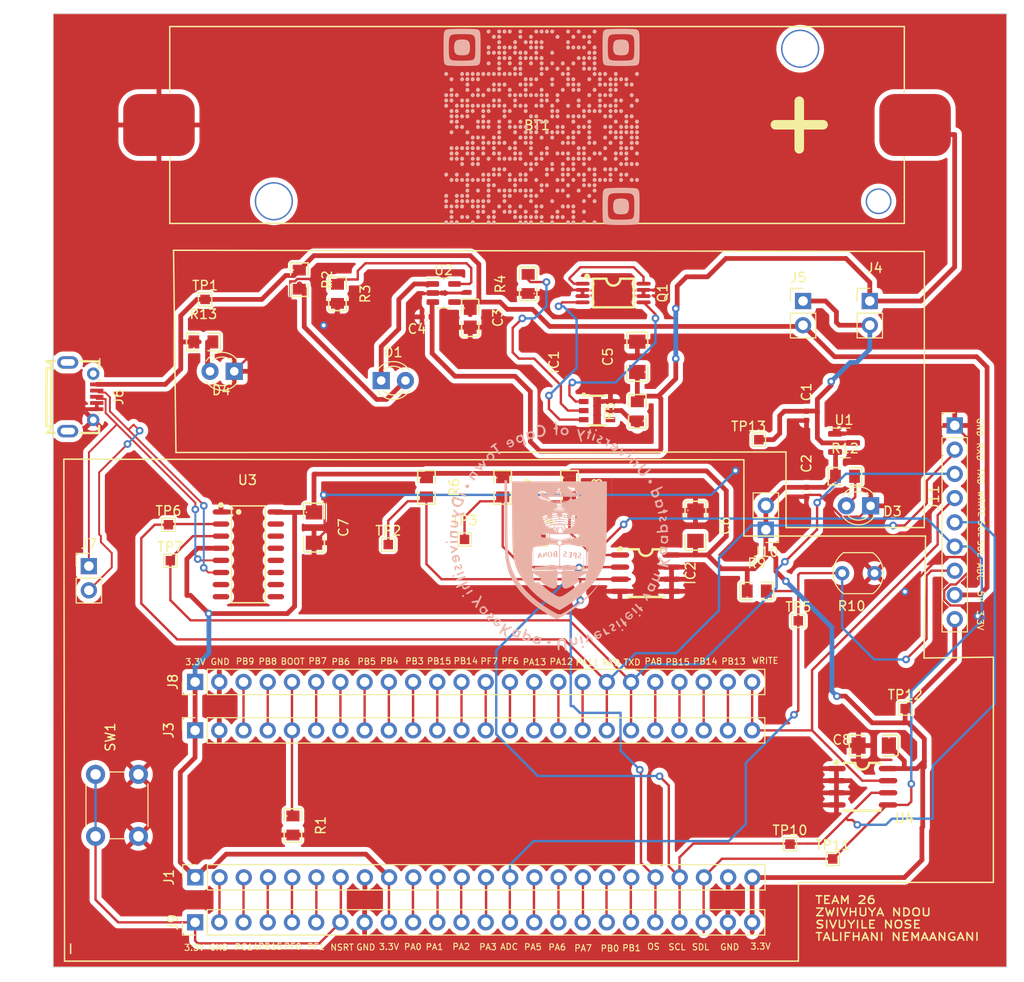
<source format=kicad_pcb>
(kicad_pcb (version 20221018) (generator pcbnew)
  (layers (0 "F.Cu" signal) (31 "B.Cu" signal) (34 "B.Paste" user) (35 "F.Paste" user) (36 "B.SilkS" user "B.Silkscreen") (37 "F.SilkS" user "F.Silkscreen") (38 "B.Mask" user) (39 "F.Mask" user) (44 "Edge.Cuts" user))
  (net 0 "")
  (net 1 "/Power Unit/V1")
  (net 2 "GND")
  (net 3 "/3.3V")
  (net 4 "/5V")
  (net 5 "Net-(D1-K)")
  (net 6 "Net-(D1-A)")
  (net 7 "/Power Unit/OC")
  (net 8 "Net-(IC1-CS)")
  (net 9 "/Power Unit/OD")
  (net 10 "Net-(IC1-VCC)")
  (net 12 "/SDL")
  (net 13 "/SCL")
  (net 14 "/OS")
  (net 15 "/PC13")
  (net 16 "/PC14")
  (net 17 "/PC15")
  (net 18 "/PF0")
  (net 19 "/PF1")
  (net 20 "/NRST")
  (net 21 "/PA0")
  (net 22 "/PA1")
  (net 23 "/PA2")
  (net 24 "/PA3")
  (net 25 "/ADC")
  (net 26 "/PA5")
  (net 27 "/PA6")
  (net 28 "/PA7")
  (net 29 "/PB0")
  (net 30 "/PB1")
  (net 31 "/PB9")
  (net 32 "/PB8")
  (net 33 "/BOOT")
  (net 34 "/PB7")
  (net 35 "/PB6")
  (net 36 "/PB5")
  (net 37 "/PB4")
  (net 38 "/PB3")
  (net 39 "/PA15")
  (net 40 "/PA14")
  (net 41 "/PF7")
  (net 42 "/PF6")
  (net 43 "/PA13")
  (net 44 "/PA12")
  (net 45 "/PA11")
  (net 46 "/RXD")
  (net 47 "/PA8")
  (net 48 "/PB15")
  (net 49 "/PB14")
  (net 50 "/PB13")
  (net 51 "/WRITE")
  (net 52 "/USB D+")
  (net 53 "/USB D-")
  (net 54 "/Power Unit/D12")
  (net 55 "Net-(U2-PROG)")
  (net 65 "/TXD")
  (net 66 "Net-(D3-A)")
  (net 67 "Net-(D4-A)")
  (net 68 "Net-(J4-Pin_2)")
  (footprint "Local_Footprints:SOT-23-6_L2.9-W1.6-P0.95-LS2.8-BR" (layer "F.Cu") (at 158.212937 80.059149 180)
    (fp_text reference "IC1")
    (fp_text value "DW01A-G")
  )
  (footprint "Connector_PinHeader_2.54mm:PinHeader_1x02_P2.54mm_Vertical" (layer "F.Cu") (at 104.912886 96.369187)
    (fp_text reference "J7")
    (fp_text value "Conn_01x02_Pin")
  )
  (footprint "Local_Footprints:18650_Holder_SMD" (layer "F.Cu") (at 151.912886 50.634187)
    (fp_text reference "BT1")
    (fp_text value "Battery_Cell")
  )
  (footprint "Local_Footprints:C1206" (layer "F.Cu") (at 168.529 92.133417 -90)
    (fp_text reference "C6")
    (fp_text value "0.1uF")
  )
  (footprint "Local_Footprints:C1206" (layer "F.Cu") (at 162.433 74.422 90)
    (fp_text reference "C5")
    (fp_text value "100n")
  )
  (footprint "TestPoint:TestPoint_Pad_1.0x1.0mm" (layer "F.Cu") (at 113.26 92.03)
    (fp_text reference "TP6")
    (fp_text value "RXD testpoint")
  )
  (footprint "Local_Footprints:C0805" (layer "F.Cu") (at 144.907 70.322 -90)
    (fp_text reference "C3")
    (fp_text value "4.7uF")
  )
  (footprint "Local_Footprints:C1206" (layer "F.Cu") (at 128.524 92.329 -90)
    (fp_text reference "C7")
    (fp_text value "100nF")
  )
  (footprint "Package_TO_SOT_SMD:SOT-23-5" (layer "F.Cu") (at 142.120386 67.729187)
    (fp_text reference "U2")
    (fp_text value "MCP73831-2-OT")
  )
  (footprint "Local_Footprints:R0805" (layer "F.Cu") (at 174.96 98.99)
    (fp_text reference "R9")
    (fp_text value "10k")
  )
  (footprint "Local_Footprints:R0805" (layer "F.Cu") (at 126.980092 66.326761 -90)
    (fp_text reference "R2")
    (fp_text value "1K")
  )
  (footprint "Capacitor_SMD:C_0402_1005Metric" (layer "F.Cu") (at 180.175386 80.609187 -90)
    (fp_text reference "C1")
    (fp_text value "1uF")
  )
  (footprint "Capacitor_SMD:C_0402_1005Metric" (layer "F.Cu") (at 180.175386 88.589187 -90)
    (fp_text reference "C2")
    (fp_text value "1uF")
  )
  (footprint "Local_Footprints:C1206" (layer "F.Cu") (at 187.222583 115.19 180)
    (fp_text reference "C8")
    (fp_text value "10nF")
  )
  (footprint "Local_Footprints:R0805" (layer "F.Cu") (at 148.312886 88.109187 -90)
    (fp_text reference "R7")
    (fp_text value "10k")
  )
  (footprint "TestPoint:TestPoint_Pad_1.0x1.0mm" (layer "F.Cu") (at 175.175386 83.109187)
    (fp_text reference "TP13")
    (fp_text value "TestPoint")
  )
  (footprint "Local_Footprints:SOIC-8_L5.0-W4.0-P1.27-LS6.0-BL" (layer "F.Cu") (at 186.02 119.51 -90)
    (fp_text reference "U4")
    (fp_text value "M24C16-RMN6TP")
  )
  (footprint "LED_THT:LED_D3.0mm" (layer "F.Cu") (at 186.895 90.05 180)
    (fp_text reference "D3")
    (fp_text value "LED")
  )
  (footprint "Connector_PinSocket_2.54mm:PinSocket_1x24_P2.54mm_Vertical" (layer "F.Cu") (at 116.052886 113.599187 90)
    (fp_text reference "J3")
    (fp_text value "Conn_01x24_Socket")
  )
  (footprint "TestPoint:TestPoint_Pad_1.0x1.0mm" (layer "F.Cu") (at 178.44 125.53)
    (fp_text reference "TP10")
    (fp_text value "SCL")
  )
  (footprint "Connector_PinHeader_2.54mm:PinHeader_1x24_P2.54mm_Vertical" (layer "F.Cu") (at 116.052886 108.519187 90)
    (fp_text reference "J8")
    (fp_text value "Conn_01x24_Pin")
  )
  (footprint "Local_Footprints:R0805" (layer "F.Cu") (at 126.312886 123.571687 -90)
    (fp_text reference "R1")
    (fp_text value "10k")
  )
  (footprint "Capacitor_SMD:C_0402_1005Metric" (layer "F.Cu") (at 140.335 70.231 180)
    (fp_text reference "C4")
    (fp_text value "10uF")
  )
  (footprint "TestPoint:TestPoint_Pad_1.0x1.0mm" (layer "F.Cu") (at 113.46 95.8)
    (fp_text reference "TP7")
    (fp_text value "TXD testpoint")
  )
  (footprint "Connector_PinHeader_2.54mm:PinHeader_1x02_P2.54mm_Vertical" (layer "F.Cu") (at 175.91 92.56 180)
    (fp_text reference "J10")
    (fp_text value "Conn_01x02_Pin")
  )
  (footprint "Local_Footprints:R0805" (layer "F.Cu") (at 155.312886 88.109187 -90)
    (fp_text reference "R8")
    (fp_text value "10k")
  )
  (footprint "LED_THT:LED_D3.0mm" (layer "F.Cu") (at 120.16 75.94 180)
    (fp_text reference "D4")
    (fp_text value "LED")
  )
  (footprint "LED_THT:LED_D3.0mm" (layer "F.Cu") (at 135.572886 76.909187)
    (fp_text reference "D1")
    (fp_text value "LED")
  )
  (footprint "Connector_PinSocket_2.54mm:PinSocket_1x24_P2.54mm_Vertical" (layer "F.Cu") (at 116.08 129.01 90)
    (fp_text reference "J1")
    (fp_text value "Conn_01x24_Socket")
  )
  (footprint "TestPoint:TestPoint_Pad_1.0x1.0mm" (layer "F.Cu") (at 182.92 127.08)
    (fp_text reference "TP11")
    (fp_text value "SDL")
  )
  (footprint "TestPoint:TestPoint_Pad_1.0x1.0mm" (layer "F.Cu") (at 179.312886 102.109187)
    (fp_text reference "TP5")
    (fp_text value "TestPoint")
  )
  (footprint "Connector_PinHeader_2.54mm:PinHeader_1x02_P2.54mm_Vertical" (layer "F.Cu") (at 186.812886 68.569187)
    (fp_text reference "J4")
    (fp_text value "Conn_01x02_Male")
  )
  (footprint "Local_Footprints:R0805" (layer "F.Cu") (at 150.982886 66.779187 90)
    (fp_text reference "R4")
    (fp_text value "1K")
  )
  (footprint "Local_Footprints:R0805" (layer "F.Cu") (at 184.21 86.95)
    (fp_text reference "R12")
    (fp_text value "1k")
  )
  (footprint "Connector_PinHeader_2.54mm:PinHeader_1x02_P2.54mm_Vertical" (layer "F.Cu") (at 179.812886 68.569187)
    (fp_text reference "J5")
    (fp_text value "Conn_01x02_Male")
  )
  (footprint "TestPoint:TestPoint_Pad_1.0x1.0mm" (layer "F.Cu") (at 190.52 111.31)
    (fp_text reference "TP12")
    (fp_text value "3.3V to EEprom")
  )
  (footprint "Package_TO_SOT_SMD:SOT-23" (layer "F.Cu") (at 184.11 83.45)
    (fp_text reference "U1")
    (fp_text value "MCP1700x-330xxTT")
  )
  (footprint "Local_Footprints:SOIC-8_L5.0-W4.0-P1.27-LS6.0-BL" (layer "F.Cu") (at 163.312886 97.109187 -90)
    (fp_text reference "IC2")
    (fp_text value "LM75AD,118")
  )
  (footprint "Connector_PinHeader_2.54mm:PinHeader_1x09_P2.54mm_Vertical" (layer "F.Cu") (at 195.72 81.62)
    (fp_text reference "J11")
    (fp_text value "Conn_01x09_Pin")
  )
  (footprint "TestPoint:TestPoint_Pad_1.0x1.0mm" (layer "F.Cu") (at 117.1 68.4)
    (fp_text reference "TP1")
    (fp_text value "5V")
  )
  (footprint "TestPoint:TestPoint_Pad_1.0x1.0mm" (layer "F.Cu") (at 144.312886 93.571687)
    (fp_text reference "TP3")
    (fp_text value "SCL1")
  )
  (footprint "Local_Footprints:R0805" (layer "F.Cu") (at 130.982886 67.816687 -90)
    (fp_text reference "R3")
    (fp_text value "10K")
  )
  (footprint "Local_Footprints:R0805" (layer "F.Cu") (at 116.922817 72.86)
    (fp_text reference "R13")
    (fp_text value "1k")
  )
  (footprint "TestPoint:TestPoint_Pad_1.0x1.0mm" (layer "F.Cu") (at 152.312886 93.571687)
    (fp_text reference "TP4")
    (fp_text value "SDA1")
  )
  (footprint "Local_Footprints:TSSOP-8_L4.4-W3.0-P0.65-LS6.4-BL-2" (layer "F.Cu") (at 159.882937 67.729149 -90)
    (fp_text reference "Q1")
    (fp_text value "FS8205A")
  )
  (footprint "Local_Footprints:R0805" (layer "F.Cu") (at 162.433 80.137 90)
    (fp_text reference "R5")
    (fp_text value "100")
  )
  (footprint "Local_Footprints:MICRO-USB-SMD_MICROXNJ" (layer "F.Cu") (at 104.220837 78.613 -90)
    (fp_text reference "J6")
    (fp_text value "USB_B_Micro")
  )
  (footprint "Local_Footprints:SOP-16_L10.0-W3.9-P1.27-LS6.0-BL" (layer "F.Cu") (at 121.640394 95.134181 -90)
    (fp_text reference "U3")
    (fp_text value "CH340C")
  )
  (footprint "Button_Switch_THT:SW_PUSH_6mm" (layer "F.Cu") (at 110.112886 118.209187 -90)
    (fp_text reference "SW1")
    (fp_text value "SW_Push")
  )
  (footprint "OptoDevice:R_LDR_5.1x4.3mm_P3.4mm_Vertical" (layer "F.Cu") (at 183.912886 97.109187)
    (fp_text reference "R10")
    (fp_text value "LDR07")
  )
  (footprint "TestPoint:TestPoint_Pad_1.0x1.0mm" (layer "F.Cu") (at 136.312886 94.109187)
    (fp_text reference "TP2")
    (fp_text value "OS")
  )
  (footprint "Local_Footprints:R0805" (layer "F.Cu") (at 140.312886 88.109187 -90)
    (fp_text reference "R6")
    (fp_text value "10k")
  )
  (footprint "Connector_PinHeader_2.54mm:PinHeader_1x24_P2.54mm_Vertical" (layer "F.Cu") (at 116.052886 133.731 90)
    (fp_text reference "J9")
    (fp_text value "Conn_01x24_Pin")
  )
  (footprint "SilkSreen:Group_QR" (layer "B.Cu") (at 152.39 50.31 180)
    (fp_text reference "G***" hide)
    (fp_text value "LOGO" hide)
  )
  (footprint "SilkSreen:UCT_LOGO" (layer "B.Cu") (at 154.449144 93.391579 180)
    (fp_text reference "G***" hide)
    (fp_text value "LOGO" hide)
  )
  (gr_line (start 192.659 93.218) (end 192.5 106.01) (stroke (width 0.15)) (layer "F.SilkS"))
  (gr_line (start 102.362 137.795) (end 179.324 137.795) (stroke (width 0.15)) (layer "F.SilkS"))
  (gr_line (start 113.792 63.246) (end 114.046 84.455) (stroke (width 0.15)) (layer "F.SilkS"))
  (gr_line (start 179.324 129.54) (end 199.771 129.54) (stroke (width 0.15)) (layer "F.SilkS"))
  (gr_line (start 178.02 84.4) (end 178.03 92.33) (stroke (width 0.15)) (layer "F.SilkS"))
  (gr_line (start 178.03 92.33) (end 192.52 92.33) (stroke (width 0.15)) (layer "F.SilkS"))
  (gr_line (start 114.046 84.455) (end 178.02 84.4) (stroke (width 0.15)) (layer "F.SilkS"))
  (gr_line (start 199.771 129.54) (end 199.771 105.918) (stroke (width 0.15)) (layer "F.SilkS"))
  (gr_line (start 192.532 63.373) (end 113.792 63.246) (stroke (width 0.15)) (layer "F.SilkS"))
  (gr_line (start 134.874 85.217) (end 102.29 85.15) (stroke (width 0.15)) (layer "F.SilkS"))
  (gr_line (start 173.609 85.217) (end 134.874 85.217) (stroke (width 0.15)) (layer "F.SilkS"))
  (gr_line (start 103 136) (end 103 137) (stroke (width 0.15)) (layer "F.SilkS"))
  (gr_line (start 192.659 93.218) (end 173.609 93.218) (stroke (width 0.15)) (layer "F.SilkS"))
  (gr_line (start 192.532 91.313) (end 192.532 63.373) (stroke (width 0.15)) (layer "F.SilkS"))
  (gr_line (start 102.29 85.15) (end 102.362 137.795) (stroke (width 0.15)) (layer "F.SilkS"))
  (gr_line (start 173.609 93.218) (end 173.609 85.217) (stroke (width 0.15)) (layer "F.SilkS"))
  (gr_line (start 179.324 137.795) (end 179.324 129.54) (stroke (width 0.15)) (layer "F.SilkS"))
  (gr_line (start 192.52 92.33) (end 192.532 91.313) (stroke (width 0.15)) (layer "F.SilkS"))
  (gr_line (start 192.5 106.01) (end 199.771 105.918) (stroke (width 0.15)) (layer "F.SilkS"))
  (gr_rect (start 101.168 38.43) (end 201.168 138.43) (stroke (width 0.1)) (fill none) (layer "Edge.Cuts"))
  (gr_text "PA12" (at 153.18 106.76) (layer "F.SilkS") (effects (font (size 0.65 0.65) (thickness 0.1)) (justify left bottom)))
  (gr_text "PB6" (at 130.31 106.78) (layer "F.SilkS") (effects (font (size 0.65 0.65) (thickness 0.1)) (justify left bottom)))
  (gr_text "PB5" (at 133.03 106.76) (layer "F.SilkS") (effects (font (size 0.65 0.65) (thickness 0.1)) (justify left bottom)))
  (gr_text "PB8\n\n" (at 122.65 107.8) (layer "F.SilkS") (effects (font (size 0.65 0.65) (thickness 0.1)) (justify left bottom)))
  (gr_text "PB0" (at 158.53 136.84) (layer "F.SilkS") (effects (font (size 0.65 0.65) (thickness 0.1)) (justify left bottom)))
  (gr_text "5V" (at 198.07 98.89 -90) (layer "F.SilkS") (effects (font (size 0.65 0.65) (thickness 0.1)) (justify left bottom)))
  (gr_text "BOOT" (at 124.97 106.75) (layer "F.SilkS") (effects (font (size 0.65 0.65) (thickness 0.1)) (justify left bottom)))
  (gr_text "NSRT" (at 130.18 136.74) (layer "F.SilkS") (effects (font (size 0.65 0.65) (thickness 0.1)) (justify left bottom)))
  (gr_text "SDL" (at 198.07 93.57 -90) (layer "F.SilkS") (effects (font (size 0.65 0.65) (thickness 0.1)) (justify left bottom)))
  (gr_text "PB9" (at 120.27 106.74) (layer "F.SilkS") (effects (font (size 0.65 0.65) (thickness 0.1)) (justify left bottom)))
  (gr_text "PC14" (at 120.14 136.7) (layer "F.SilkS") (effects (font (size 0.65 0.65) (thickness 0.1)) (justify left bottom)))
  (gr_text "GND\n" (at 171.06 136.7) (layer "F.SilkS") (effects (font (size 0.65 0.65) (thickness 0.1)) (justify left bottom)))
  (gr_text "GND" (at 117.49 136.74) (layer "F.SilkS") (effects (font (size 0.65 0.65) (thickness 0.1)) (justify left bottom)))
  (gr_text "3.3V" (at 135.27 136.67) (layer "F.SilkS") (effects (font (size 0.65 0.65) (thickness 0.1)) (justify left bottom)))
  (gr_text "PB14\n" (at 168.23 106.74) (layer "F.SilkS") (effects (font (size 0.65 0.65) (thickness 0.1)) (justify left bottom)))
  (gr_text "GND" (at 117.62 106.78) (layer "F.SilkS") (effects (font (size 0.65 0.65) (thickness 0.1)) (justify left bottom)))
  (gr_text "PA7" (at 155.77 136.84) (layer "F.SilkS") (effects (font (size 0.68 0.65) (thickness 0.1)) (justify left bottom)))
  (gr_text "PA0" (at 137.91 136.68) (layer "F.SilkS") (effects (font (size 0.65 0.65) (thickness 0.1)) (justify left bottom)))
  (gr_text "3.3V\n" (at 174.24 136.63) (layer "F.SilkS") (effects (font (size 0.65 0.65) (thickness 0.1)) (justify left bottom)))
  (gr_text "PA11" (at 155.9 106.88) (layer "F.SilkS") (effects (font (size 0.68 0.65) (thickness 0.1)) (justify left bottom)))
  (gr_text "PA1" (at 140.18 136.68) (layer "F.SilkS") (effects (font (size 0.65 0.65) (thickness 0.1)) (justify left bottom)))
  (gr_text "PB15" (at 165.33 106.81) (layer "F.SilkS") (effects (font (size 0.65 0.65) (thickness 0.1)) (justify left bottom)))
  (gr_text "PB13" (at 171.19 106.74) (layer "F.SilkS") (effects (font (size 0.65 0.65) (thickness 0.1)) (justify left bottom)))
  (gr_text "SCL" (at 198.12 91.45 -90) (layer "F.SilkS") (effects (font (size 0.65 0.65) (thickness 0.1)) (justify left bottom)))
  (gr_text "SCL" (at 165.63 136.7) (layer "F.SilkS") (effects (font (size 0.65 0.65) (thickness 0.1)) (justify left bottom)))
  (gr_text "PF6" (at 148.12 106.71) (layer "F.SilkS") (effects (font (size 0.65 0.65) (thickness 0.1)) (justify left bottom)))
  (gr_text "PB7" (at 127.88 106.71) (layer "F.SilkS") (effects (font (size 0.65 0.65) (thickness 0.1)) (justify left bottom)))
  (gr_text "PB15" (at 140.31 106.72) (layer "F.SilkS") (effects (font (size 0.65 0.65) (thickness 0.1)) (justify left bottom)))
  (gr_text "PB3" (at 138.04 106.72) (layer "F.SilkS") (effects (font (size 0.65 0.65) (thickness 0.1)) (justify left bottom)))
  (gr_text "PA2" (at 142.98 136.66) (layer "F.SilkS") (effects (font (size 0.65 0.65) (thickness 0.1)) (justify left bottom)))
  (gr_text "RXD" (at 197.99 83.35 -90) (layer "F.SilkS") (effects (font (size 0.65 0.65) (thickness 0.1)) (justify left bottom)))
  (gr_text "WRITE" (at 174.37 106.67) (layer "F.SilkS") (effects (font (size 0.65 0.65) (thickness 0.1)) (justify left bottom)))
  (gr_text "PB4" (at 135.4 106.71) (layer "F.SilkS") (effects (font (size 0.65 0.65) (thickness 0.1)) (justify left bottom)))
  (gr_text "TXD" (at 160.93 106.84) (layer "F.SilkS") (effects (font (size 0.65 0.65) (thickness 0.1)) (justify left bottom)))
  (gr_text "ADC" (at 147.99 136.67) (layer "F.SilkS") (effects (font (size 0.65 0.65) (thickness 0.1)) (justify left bottom)))
  (gr_text "GND" (at 132.9 136.72) (layer "F.SilkS") (effects (font (size 0.65 0.65) (thickness 0.1)) (justify left bottom)))
  (gr_text "PA8" (at 163.13 106.74) (layer "F.SilkS") (effects (font (size 0.65 0.65) (thickness 0.1)) (justify left bottom)))
  (gr_text "3.3V" (at 198.01 100.93 -90) (layer "F.SilkS") (effects (font (size 0.65 0.65) (thickness 0.1)) (justify left bottom)))
  (gr_text "GND\n" (at 197.99 80.75 -90) (layer "F.SilkS") (effects (font (size 0.65 0.65) (thickness 0.1)) (justify left bottom)))
  (gr_text "PB15\n" (at 122.61 136.65) (layer "F.SilkS") (effects (font (size 0.65 0.65) (thickness 0.1)) (justify left bottom)))
  (gr_text "ADC" (at 198.01 95.98 -90) (layer "F.SilkS") (effects (font (size 0.65 0.65) (thickness 0.1)) (justify left bottom)))
  (gr_text "TEAM 26\nZWIVHUYA NDOU\nSIVUYILE NOSE\nTALIFHANI NEMAANGANI\n\n" (at 181 137) (layer "F.SilkS") (effects (font (size 0.8 1)) (justify left bottom)))
  (gr_text "3.3V" (at 114.84 136.76) (layer "F.SilkS") (effects (font (size 0.65 0.65) (thickness 0.1)) (justify left bottom)))
  (gr_text "OS" (at 163.41 136.66) (layer "F.SilkS") (effects (font (size 0.65 0.65) (thickness 0.1)) (justify left bottom)))
  (gr_text "PF7" (at 145.92 106.73) (layer "F.SilkS") (effects (font (size 0.65 0.65) (thickness 0.1)) (justify left bottom)))
  (gr_text "PA6" (at 153.05 136.72) (layer "F.SilkS") (effects (font (size 0.65 0.65) (thickness 0.1)) (justify left bottom)))
  (gr_text "PB1" (at 160.8 136.8) (layer "F.SilkS") (effects (font (size 0.65 0.65) (thickness 0.1)) (justify left bottom)))
  (gr_text "PB14" (at 143.11 106.7) (layer "F.SilkS") (effects (font (size 0.65 0.65) (thickness 0.1)) (justify left bottom)))
  (gr_text "PA3" (at 145.79 136.69) (layer "F.SilkS") (effects (font (size 0.65 0.65) (thickness 0.1)) (justify left bottom)))
  (gr_text "PF1\n" (at 127.75 136.67) (layer "F.SilkS") (effects (font (size 0.65 0.65) (thickness 0.1)) (justify left bottom)))
  (gr_text "TXD" (at 198.05 86.01 -90) (layer "F.SilkS") (effects (font (size 0.65 0.65) (thickness 0.1)) (justify left bottom)))
  (gr_text "PF0\n" (at 125.32 136.65) (layer "F.SilkS") (effects (font (size 0.65 0.65) (thickness 0.1)) (justify left bottom)))
  (gr_text "SDL" (at 168.1 136.7) (layer "F.SilkS") (effects (font (size 0.65 0.65) (thickness 0.1)) (justify left bottom)))
  (gr_text "RXD" (at 158.66 106.88) (layer "F.SilkS") (effects (font (size 0.65 0.65) (thickness 0.1)) (justify left bottom)))
  (gr_text "3.3V" (at 114.97 106.8) (layer "F.SilkS") (effects (font (size 0.65 0.65) (thickness 0.1)) (justify left bottom)))
  (gr_text "WRITE" (at 198.12 88.37 -90) (layer "F.SilkS") (effects (font (size 0.65 0.65) (thickness 0.1)) (justify left bottom)))
  (gr_text "PA13" (at 150.36 106.81) (layer "F.SilkS") (effects (font (size 0.65 0.65) (thickness 0.1)) (justify left bottom)))
  (gr_text "PA5" (at 150.5 136.7) (layer "F.SilkS") (effects (font (size 0.65 0.65) (thickness 0.1)) (justify left bottom)))
  (segment (start 164.9 84.12) (end 164.9 78.8) (width 0.5) (layer "F.Cu") (net 1))
  (segment (start 186.812886 66.609187) (end 184.312886 64.109187) (width 0.5) (layer "F.Cu") (net 1))
  (segment (start 140.912886 68.749187) (end 140.912886 74.059187) (width 0.5) (layer "F.Cu") (net 1))
  (segment (start 184.312886 64.109187) (end 171.712886 64.109187) (width 0.5) (layer "F.Cu") (net 1))
  (segment (start 168.482886 66.025821) (end 167.596252 66.025821) (width 0.5) (layer "F.Cu") (net 1))
  (segment (start 167.596252 66.025821) (end 166.612886 67.009187) (width 0.5) (layer "F.Cu") (net 1))
  (segment (start 149.612886 76.459187) (end 151.212886 78.059187) (width 0.5) (layer "F.Cu") (net 1))
  (segment (start 169.796252 66.025821) (end 168.482886 66.025821) (width 0.5) (layer "F.Cu") (net 1))
  (segment (start 192.152886 68.569187) (end 195.712886 65.009187) (width 0.5) (layer "F.Cu") (net 1))
  (segment (start 192.562886 51.109187) (end 191.562886 50.109187) (width 0.25) (layer "F.Cu") (net 1))
  (segment (start 166.462886 74.609187) (end 166.462886 76.725948) (width 0.5) (layer "F.Cu") (net 1))
  (segment (start 151.212886 78.059187) (end 151.212886 83.309187) (width 0.5) (layer "F.Cu") (net 1))
  (segment (start 140.982886 68.679187) (end 140.912886 68.749187) (width 0.25) (layer "F.Cu") (net 1))
  (segment (start 166.462886 76.725948) (end 164.644417 78.544417) (width 0.5) (layer "F.Cu") (net 1))
  (segment (start 186.812886 68.569187) (end 186.812886 66.609187) (width 0.5) (layer "F.Cu") (net 1))
  (segment (start 195.712886 51.109187) (end 192.562886 51.109187) (width 0.5) (layer "F.Cu") (net 1))
  (segment (start 143.312886 76.459187) (end 149.612886 76.459187) (width 0.5) (layer "F.Cu") (net 1))
  (segment (start 186.812886 68.569187) (end 192.152886 68.569187) (width 0.5) (layer "F.Cu") (net 1))
  (segment (start 166.612886 69.209187) (end 166.462886 69.359187) (width 0.25) (layer "F.Cu") (net 1))
  (segment (start 164.710813 84.309187) (end 164.9 84.12) (width 0.5) (layer "F.Cu") (net 1))
  (segment (start 152.212886 84.309187) (end 164.710813 84.309187) (width 0.5) (layer "F.Cu") (net 1))
  (segment (start 164.644417 78.544417) (end 162.433 78.544417) (width 0.5) (layer "F.Cu") (net 1))
  (segment (start 171.712886 64.109187) (end 169.796252 66.025821) (width 0.5) (layer "F.Cu") (net 1))
  (segment (start 140.642886 68.679187) (end 140.982886 68.679187) (width 0.25) (layer "F.Cu") (net 1))
  (segment (start 195.712886 65.009187) (end 195.712886 51.109187) (width 0.5) (layer "F.Cu") (net 1))
  (segment (start 140.912886 74.059187) (end 143.312886 76.459187) (width 0.5) (layer "F.Cu") (net 1))
  (segment (start 164.9 78.8) (end 164.644417 78.544417) (width 0.5) (layer "F.Cu") (net 1))
  (segment (start 162.433 76.014583) (end 162.433 78.544417) (width 0.5) (layer "F.Cu") (net 1))
  (segment (start 151.212886 83.309187) (end 152.212886 84.309187) (width 0.5) (layer "F.Cu") (net 1))
  (segment (start 166.612886 67.009187) (end 166.612886 69.209187) (width 0.5) (layer "F.Cu") (net 1))
  (via (at 166.462886 69.359187) (size 0.8) (drill 0.4) (layers "F.Cu" "B.Cu") (net 1))
  (via (at 166.462886 74.609187) (size 0.8) (drill 0.4) (layers "F.Cu" "B.Cu") (net 1))
  (segment (start 166.462886 74.609187) (end 166.462886 69.359187) (width 0.5) (layer "B.Cu") (net 1))
  (segment (start 155.682531 67.404155) (end 154.4 66.121624) (width 0.25) (layer "F.Cu") (net 2))
  (segment (start 164.695845 67.404155) (end 163.083343 67.404155) (width 0.25) (layer "F.Cu") (net 2))
  (segment (start 129.54 67.373801) (end 129.54 71.12) (width 0.25) (layer "F.Cu") (net 2))
  (segment (start 195.263536 100.502) (end 197.022 100.502) (width 0.25) (layer "F.Cu") (net 2))
  (segment (start 194.138 95.422) (end 190.5 99.06) (width 0.25) (layer "F.Cu") (net 2))
  (segment (start 129.639995 88.999995) (end 129.54 88.9) (width 0.25) (layer "F.Cu") (net 2))
  (segment (start 184.063313 81.609187) (end 183.1725 82.5) (width 0.25) (layer "F.Cu") (net 2))
  (segment (start 130.982886 69.677114) (end 129.54 71.12) (width 0.25) (layer "F.Cu") (net 2))
  (segment (start 130.982886 68.816687) (end 130.982886 69.677114) (width 0.25) (layer "F.Cu") (net 2))
  (segment (start 154.4 66.121624) (end 154.4 65.1) (width 0.25) (layer "F.Cu") (net 2))
  (segment (start 197.022 95.422) (end 194.138 95.422) (width 0.25) (layer "F.Cu") (net 2))
  (segment (start 195.712886 81.609187) (end 184.063313 81.609187) (width 0.25) (layer "F.Cu") (net 2))
  (segment (start 154.4 65.1) (end 155.35 64.15) (width 0.25) (layer "F.Cu") (net 2))
  (segment (start 128.524 93.921583) (end 129.639995 92.805588) (width 0.25) (layer "F.Cu") (net 2))
  (segment (start 197.869232 96.269232) (end 197.022 95.422) (width 0.25) (layer "F.Cu") (net 2))
  (segment (start 186.895 90.05) (end 185.743 91.202) (width 0.25) (layer "F.Cu") (net 2))
  (segment (start 128.424275 66.258076) (end 129.54 67.373801) (width 0.25) (layer "F.Cu") (net 2))
  (segment (start 195.72 81.62) (end 198.12 84.02) (width 0.25) (layer "F.Cu") (net 2))
  (segment (start 155.35 64.15) (end 162.35 64.15) (width 0.25) (layer "F.Cu") (net 2))
  (segment (start 195.840464 98.298) (end 195.263536 98.298) (width 0.25) (layer "F.Cu") (net 2))
  (segment (start 126.772364 66.258076) (end 128.424275 66.258076) (width 0.25) (layer "F.Cu") (net 2))
  (segment (start 162.35 64.15) (end 164.7 66.5) (width 0.25) (layer "F.Cu") (net 2))
  (segment (start 185.743 91.202) (end 183.877825 91.202) (width 0.25) (layer "F.Cu") (net 2))
  (segment (start 195.263536 98.298) (end 194.618 98.943536) (width 0.25) (layer "F.Cu") (net 2))
  (segment (start 129.639995 92.805588) (end 129.639995 88.999995) (width 0.25) (layer "F.Cu") (net 2))
  (segment (start 197.869232 96.269232) (end 195.840464 98.298) (width 0.25) (layer "F.Cu") (net 2))
  (segment (start 156.682531 67.404155) (end 155.682531 67.404155) (width 0.25) (layer "F.Cu") (net 2))
  (segment (start 126.039586 66.508493) (end 126.521947 66.508493) (width 0.25) (layer "F.Cu") (net 2))
  (segment (start 181.575825 88.9) (end 180.34 88.9) (width 0.25) (layer "F.Cu") (net 2))
  (segment (start 126.039586 70.060414) (end 126.039586 66.508493) (width 0.25) (layer "F.Cu") (net 2))
  (segment (start 198.12 96.018464) (end 197.869232 96.269232) (width 0.25) (layer "F.Cu") (net 2))
  (segment (start 194.618 98.943536) (end 194.618 99.856464) (width 0.25) (layer "F.Cu") (net 2))
  (segment (start 163.083343 67.404155) (end 163.083343 68.054397) (width 0.25) (layer "F.Cu") (net 2))
  (segment (start 120.16 75.94) (end 126.039586 70.060414) (width 0.25) (layer "F.Cu") (net 2))
  (segment (start 197.022 100.502) (end 198.12 101.6) (width 0.25) (layer "F.Cu") (net 2))
  (segment (start 194.618 99.856464) (end 195.263536 100.502) (width 0.25) (layer "F.Cu") (net 2))
  (segment (start 164.7 66.5) (end 164.7 67.4) (width 0.25) (layer "F.Cu") (net 2))
  (segment (start 133.88 129.2) (end 133.88 133.85) (width 0.25) (layer "F.Cu") (net 2))
  (segment (start 156.682531 67.404155) (end 156.682531 68.054397) (width 0.25) (layer "F.Cu") (net 2))
  (segment (start 183.877825 91.202) (end 181.575825 88.9) (width 0.25) (layer "F.Cu") (net 2))
  (segment (start 126.521947 66.508493) (end 126.772364 66.258076) (width 0.25) (layer "F.Cu") (net 2))
  (segment (start 198.12 84.02) (end 198.12 96.018464) (width 0.25) (layer "F.Cu") (net 2))
  (segment (start 164.7 67.4) (end 164.695845 67.404155) (width 0.25) (layer "F.Cu") (net 2))
  (via (at 172.72 86.36) (size 0.8) (drill 0.4) (layers "F.Cu" "B.Cu") (net 2))
  (via (at 129.54 88.9) (size 0.8) (drill 0.4) (layers "F.Cu" "B.Cu") (net 2))
  (via (at 129.54 71.12) (size 0.8) (drill 0.4) (layers "F.Cu" "B.Cu") (net 2))
  (via (at 190.5 99.06) (size 0.8) (drill 0.4) (layers "F.Cu" "B.Cu") (net 2))
  (via (at 198.12 101.6) (size 0.8) (drill 0.4) (layers "F.Cu" "B.Cu") (net 2))
  (segment (start 129.54 88.9) (end 170.18 88.9) (width 0.25) (layer "B.Cu") (net 2))
  (segment (start 170.18 88.9) (end 172.72 86.36) (width 0.25) (layer "B.Cu") (net 2))
  (segment (start 126.492 90.736417) (end 124.560131 90.736417) (width 0.5) (layer "F.Cu") (net 3))
  (segment (start 140.235552 86.724021) (end 131.112886 86.724021) (width 0.5) (layer "F.Cu") (net 3))
  (segment (start 174.712886 96.646687) (end 173.94 96.646687) (width 0.5) (layer "F.Cu") (net 3))
  (segment (start 117.212 127.878) (end 118.016759 127.878) (width 0.5) (layer "F.Cu") (net 3))
  (segment (start 183.225386 86.996687) (end 183.225386 84.609187) (width 0.5) (layer "F.Cu") (net 3))
  (segment (start 192.532 115.824) (end 192.532 114.478301) (width 0.5) (layer "F.Cu") (net 3))
  (segment (start 128.524 90.736417) (end 126.492 90.736417) (width 0.5) (layer "F.Cu") (net 3))
  (segment (start 192.278 127.194073) (end 192.278 127) (width 0.5) (layer "F.Cu") (net 3))
  (segment (start 183.224573 84.61) (end 183.225386 84.609187) (width 0.5) (layer "F.Cu") (net 3))
  (segment (start 188.815166 115.19) (end 190.43 116.804834) (width 0.5) (layer "F.Cu") (net 3))
  (segment (start 174.472886 134.759187) (end 174.472886 128.982886) (width 0.5) (layer "F.Cu") (net 3))
  (segment (start 124.560131 90.736417) (end 124.512886 90.689172) (width 0.5) (layer "F.Cu") (net 3))
  (segment (start 174.472886 128.982886) (end 174.47 128.98) (width 0.5) (layer "F.Cu") (net 3))
  (segment (start 171.762886 88.459187) (end 169.69022 86.386521) (width 0.5) (layer "F.Cu") (net 3))
  (segment (start 116.08 129.01) (end 117.212 127.878) (width 0.5) (layer "F.Cu") (net 3))
  (segment (start 175.912886 95.059187) (end 175.912886 90.059187) (width 0.5) (layer "F.Cu") (net 3))
  (segment (start 190.862886 112.809187) (end 190.34 112.809187) (width 0.5) (layer "F.Cu") (net 3))
  (segment (start 187.062886 112.809187) (end 184.262886 110.009187) (width 0.5) (layer "F.Cu") (net 3))
  (segment (start 173.96 96.666687) (end 173.94 96.646687) (width 0.25) (layer "F.Cu") (net 3))
  (segment (start 136.38 129.02) (end 136.38 133.67) (width 0.25) (layer "F.Cu") (net 3))
  (segment (start 177.862886 88.109187) (end 180.175386 88.109187) (width 0.5) (layer "F.Cu") (net 3))
  (segment (start 190.34 112.809187) (end 187.062886 112.809187) (width 0.5) (layer "F.Cu") (net 3))
  (segment (start 195.72 106.11) (end 190.52 111.31) (width 0.5) (layer "F.Cu") (net 3))
  (segment (start 116.052886 108.519187) (end 116.052886 113.599187) (width 0.5) (layer "F.Cu") (net 3))
  (segment (start 184.262886 110.009187) (end 183.362886 110.009187) (width 0.5) (layer "F.Cu") (net 3))
  (segment (start 126.492 100.588) (end 125.734 101.346) (width 0.5) (layer "F.Cu") (net 3))
  (segment (start 116.052886 116.447114) (end 114.5 118) (width 0.5) (layer "F.Cu") (net 3))
  (segment (start 192.278 127.102548) (end 192.278 123.806639) (width 0.5) (layer "F.Cu") (net 3))
  (segment (start 117.602 101.219) (end 117.475 101.092) (width 0.25) (layer "F.Cu") (net 3))
  (segment (start 171.250386 96.646687) (end 169.807882 95.204183) (width 0.5) (layer "F.Cu") (net 3))
  (segment (start 128.524 86.724021) (end 128.772886 86.724021) (width 0.5) (layer "F.Cu") (net 3))
  (segment (start 148.312886 86.646687) (end 140.312886 86.646687) (width 0.5) (layer "F.Cu") (net 3))
  (segment (start 175.912886 95.446687) (end 175.912886 95.059187) (width 0.5) (layer "F.Cu") (net 3))
  (segment (start 171.762886 93.249179) (end 171.762886 88.459187) (width 0.5) (layer "F.Cu") (net 3))
  (segment (start 168.529 94.996) (end 168.529 93.726) (width 0.5) (layer "F.Cu") (net 3))
  (segment (start 190.43 116.804834) (end 190.43 117.604996) (width 0.5) (layer "F.Cu") (net 3))
  (segment (start 166.812886 86.386521) (end 155.573052 86.386521) (width 0.5) (layer "F.Cu") (net 3))
  (segment (start 192.532 116.82) (end 192.532 117.440073) (width 0.5) (layer "F.Cu") (net 3))
  (segment (start 192.278 123.806639) (end 192.362886 123.721753) (width 0.5) (layer "F.Cu") (net 3))
  (segment (start 190.43 117.604996) (end 191.747004 117.604996) (width 0.5) (layer "F.Cu") (net 3))
  (segment (start 176.962886 96.909187) (end 178.012886 97.959187) (width 0.5) (layer "F.Cu") (net 3))
  (segment (start 176.512886 95.059187) (end 176.962886 95.509187) (width 0.5) (layer "F.Cu") (net 3))
  (segment (start 174.712886 96.646687) (end 175.912886 95.446687) (width 0.5) (layer "F.Cu") (net 3))
  (segment (start 174.472886 129.032) (end 190.440073 129.032) (width 0.5) (layer "F.Cu") (net 3))
  (segment (start 182.112886 88.109187) (end 183.225386 86.996687) (width 0.5) (layer "F.Cu") (net 3))
  (segment (start 118.767902 94.49918) (end 116.32082 94.49918) (width 0.5) (layer "F.Cu") (net 3))
  (segment (start 133.97 126.58) (end 136.37 128.98) (width 0.5) (layer "F.Cu") (net 3))
  (segment (start 140.312886 86.646687) (end 140.235552 86.724021) (width 0.5) (layer "F.Cu") (net 3))
  (segment (start 192.532 114.478301) (end 190.862886 112.809187) (width 0.5) (layer "F.Cu") (net 3))
  (segment (start 175.912886 90.059187) (end 177.862886 88.109187) (width 0.5) (layer "F.Cu") (net 3))
  (segment (start 188.725105 117.604996) (end 190.43 117.604996) (width 0.5) (layer "F.Cu") (net 3))
  (segment (start 114.5 127.43) (end 116.08 129.01) (width 0.5) (layer "F.Cu") (net 3))
  (segment (start 190.440073 129.032) (end 192.278 127.194073) (width 0.5) (layer "F.Cu") (net 3))
  (segment (start 192.532 117.440073) (end 192.462886 117.509187) (width 0.5) (layer "F.Cu") (net 3))
  (segment (start 115.57 99.441) (end 117.475 101.346) (width 0.5) (layer "F.Cu") (net 3))
  (segment (start 115.189 95.631) (end 115.189 99.441) (width 0.5) (layer "F.Cu") (net 3))
  (segment (start 183.252073 86.97) (end 183.225386 86.996687) (width 0.5) (layer "F.Cu") (net 3))
  (segment (start 168.320817 95.204183) (end 168.529 94.996) (width 0.5) (layer "F.Cu") (net 3))
  (segment (start 155.573052 86.386521) (end 155.312886 86.646687) (width 0.5) (layer "F.Cu") (net 3))
  (segment (start 169.69022 86.386521) (end 166.812886 86.386521) (width 0.5) (layer "F.Cu") (net 3))
  (segment (start 192.532 115.824) (end 192.532 116.82) (width 0.5) (layer "F.Cu") (net 3))
  (segment (start 190.52 112.629187) (end 190.34 112.809187) (width 0.5) (layer "F.Cu") (net 3))
  (segment (start 125.734 101.346) (end 117.475 101.346) (width 0.5) (layer "F.Cu") (net 3))
  (segment (start 116.32082 94.49918) (end 115.189 95.631) (width 0.5) (layer "F.Cu") (net 3))
  (segment (start 176.962886 95.509187) (end 176.962886 96.909187) (width 0.5) (layer "F.Cu") (net 3))
  (segment (start 114.5 118) (end 114.5 127.43) (width 0.5) (layer "F.Cu") (net 3))
  (segment (start 155.312886 86.646687) (end 148.312886 86.646687) (width 0.5) (layer "F.Cu") (net 3))
  (segment (start 116.052886 113.599187) (end 116.052886 116.447114) (width 0.5) (layer "F.Cu") (net 3))
  (segment (start 168.320817 95.204183) (end 169.807882 95.204183) (width 0.5) (layer "F.Cu") (net 3))
  (segment (start 169.807882 95.204183) (end 171.762886 93.249179) (width 0.5) (layer "F.Cu") (net 3))
  (segment (start 166.017991 95.204183) (end 168.320817 95.204183) (width 0.5) (layer "F.Cu") (net 3))
  (segment (start 115.189 99.441) (end 115.57 99.441) (width 0.5) (layer "F.Cu") (net 3))
  (segment (start 126.492 90.736417) (end 126.492 100.588) (width 0.5) (layer "F.Cu") (net 3))
  (segment (start 128.524 86.724021) (end 128.524 90.736417) (width 0.5) (layer "F.Cu") (net 3))
  (segment (start 175.912886 95.059187) (end 176.512886 95.059187) (width 0.5) (layer "F.Cu") (net 3))
  (segment (start 173.96 98.99) (end 173.96 96.666687) (width 0.5) (layer "F.Cu") (net 3))
  (segment (start 180.175386 88.109187) (end 182.112886 88.109187) (width 0.5) (layer "F.Cu") (net 3))
  (segment (start 191.747004 117.604996) (end 192.532 116.82) (width 0.5) (layer "F.Cu") (net 3))
  (segment (start 173.94 96.646687) (end 171.250386 96.646687) (width 0.5) (layer "F.Cu") (net 3))
  (segment (start 118.016759 127.878) (end 119.314759 126.58) (width 0.5) (layer "F.Cu") (net 3))
  (segment (start 119.314759 126.58) (end 133.97 126.58) (width 0.5) (layer "F.Cu") (net 3))
  (segment (start 128.772886 86.724021) (end 131.112886 86.724021) (width 0.5) (layer "F.Cu") (net 3))
  (segment (start 192.362886 123.721753) (end 192.362886 117.609187) (width 0.5) (layer "F.Cu") (net 3))
  (segment (start 190.52 111.31) (end 190.52 112.629187) (width 0.5) (layer "F.Cu") (net 3))
  (segment (start 195.72 101.94) (end 195.72 106.11) (width 0.5) (layer "F.Cu") (net 3))
  (via (at 183.362886 110.009187) (size 0.8) (drill 0.4) (layers "F.Cu" "B.Cu") (net 3))
  (via (at 178.012886 97.959187) (size 0.8) (drill 0.4) (layers "F.Cu" "B.Cu") (net 3))
  (via (at 117.475 101.346) (size 0.8) (drill 0.4) (layers "F.Cu" "B.Cu") (net 3))
  (segment (start 117.5 105.5) (end 116.052886 106.947114) (width 0.5) (layer "B.Cu") (net 3))
  (segment (start 117.475 101.346) (end 117.5 101.371) (width 0.5) (layer "B.Cu") (net 3))
  (segment (start 117.5 101.321) (end 117.475 101.346) (width 0.5) (layer "B.Cu") (net 3))
  (segment (start 182.837886 102.784187) (end 178.012886 97.959187) (width 0.5) (layer "B.Cu") (net 3))
  (segment (start 182.837886 109.484187) (end 182.837886 102.784187) (width 0.5) (layer "B.Cu") (net 3))
  (segment (start 116.052886 106.947114) (end 116.052886 108.519187) (width 0.5) (layer "B.Cu") (net 3))
  (segment (start 117.5 101.371) (end 117.5 105.5) (width 0.5) (layer "B.Cu") (net 3))
  (segment (start 183.362886 110.009187) (end 182.837886 109.484187) (width 0.5) (layer "B.Cu") (net 3))
  (segment (start 148.039187 68.679187) (end 148.8 69.44) (width 0.5) (layer "F.Cu") (net 4))
  (segment (start 144.907 70.002) (end 144.907 68.885073) (width 0.5) (layer "F.Cu") (net 4))
  (segment (start 112.936975 77.313025) (end 114.55 75.7) (width 0.5) (layer "F.Cu") (net 4))
  (segment (start 199.112886 98.609187) (end 199.112886 75.509187) (width 0.5) (layer "F.Cu") (net 4))
  (segment (start 145.812886 68.309187) (end 145.812886 64.709187) (width 0.5) (layer "F.Cu") (net 4))
  (segment (start 114.55 72.92) (end 114.61 72.86) (width 0.25) (layer "F.Cu") (net 4))
  (segment (start 105.742173 77.313025) (end 112.936975 77.313025) (width 0.5) (layer "F.Cu") (net 4))
  (segment (start 198.012886 74.409187) (end 183.112886 74.409187) (width 0.5) (layer "F.Cu") (net 4))
  (segment (start 144.907 68.885073) (end 145.112886 68.679187) (width 0.25) (layer "F.Cu") (net 4))
  (segment (start 114.61 72.86) (end 116.49 72.86) (width 0.5) (layer "F.Cu") (net 4))
  (segment (start 183.112886 74.409187) (end 179.812886 71.109187) (width 0.5) (layer "F.Cu") (net 4))
  (segment (start 151.443699 69.44) (end 153.238386 71.234687) (width 0.5) (layer "F.Cu") (net 4))
  (segment (start 123.046853 68.4) (end 117.1 68.4) (width 0.5) (layer "F.Cu") (net 4))
  (segment (start 145.112886 68.679187) (end 143.257886 68.679187) (width 0.5) (layer "F.Cu") (net 4))
  (segment (start 195.712886 99.389187) (end 198.332886 99.389187) (width 0.5) (layer "F.Cu") (net 4))
  (segment (start 145.112886 68.679187) (end 148.039187 68.679187) (width 0.5) (layer "F.Cu") (net 4))
  (segment (start 125.552909 65.893944) (end 123.046853 68.4) (width 0.5) (layer "F.Cu") (net 4))
  (segment (start 126.427266 65.893944) (end 125.552909 65.893944) (width 0.5) (layer "F.Cu") (net 4))
  (segment (start 114.55 70.1) (end 116.25 68.4) (width 0.5) (layer "F.Cu") (net 4))
  (segment (start 145.812886 64.709187) (end 144.912886 63.809187) (width 0.5) (layer "F.Cu") (net 4))
  (segment (start 128.512023 63.809187) (end 126.427266 65.893944) (width 0.5) (layer "F.Cu") (net 4))
  (segment (start 114.55 75.7) (end 114.55 72.92) (width 0.5) (layer "F.Cu") (net 4))
  (segment (start 145.112886 68.679187) (end 145.442886 68.679187) (width 0.5) (layer "F.Cu") (net 4))
  (segment (start 144.912886 63.809187) (end 128.512023 63.809187) (width 0.5) (layer "F.Cu") (net 4))
  (segment (start 198.332886 99.389187) (end 199.112886 98.609187) (width 0.5) (layer "F.Cu") (net 4))
  (segment (start 153.238386 71.234687) (end 179.687386 71.234687) (width 0.5) (layer "F.Cu") (net 4))
  (segment (start 148.8 69.44) (end 151.443699 69.44) (width 0.5) (layer "F.Cu") (net 4))
  (segment (start 114.55 72.92) (end 114.55 70.1) (width 0.5) (layer "F.Cu") (net 4))
  (segment (start 199.112886 75.509187) (end 198.012886 74.409187) (width 0.5) (layer "F.Cu") (net 4))
  (segment (start 145.442886 68.679187) (end 145.812886 68.309187) (width 0.5) (layer "F.Cu") (net 4))
  (segment (start 179.687386 71.234687) (end 179.812886 71.109187) (width 0.5) (layer "F.Cu") (net 4))
  (segment (start 116.25 68.4) (end 117.1 68.4) (width 0.5) (layer "F.Cu") (net 4))
  (segment (start 140.982886 66.779187) (end 140.542886 66.779187) (width 0.5) (layer "F.Cu") (net 5))
  (segment (start 140.982886 66.779187) (end 139.042886 66.779187) (width 0.5) (layer "F.Cu") (net 5))
  (segment (start 137.412886 71.509187) (end 135.572886 73.349187) (width 0.5) (layer "F.Cu") (net 5))
  (segment (start 139.042886 66.779187) (end 137.412886 68.409187) (width 0.5) (layer "F.Cu") (net 5))
  (segment (start 140.542886 66.779187) (end 140.412886 66.909187) (width 0.5) (layer "F.Cu") (net 5))
  (segment (start 137.412886 68.409187) (end 137.412886 71.509187) (width 0.5) (layer "F.Cu") (net 5))
  (segment (start 135.572886 73.349187) (end 135.572886 76.909187) (width 0.5) (layer "F.Cu") (net 5))
  (segment (start 127.501501 67.280987) (end 126.980092 66.759578) (width 0.5) (layer "F.Cu") (net 6))
  (segment (start 135.103699 78.89) (end 127.501501 71.287802) (width 0.5) (layer "F.Cu") (net 6))
  (segment (start 136.132073 78.89) (end 135.103699 78.89) (width 0.5) (layer "F.Cu") (net 6))
  (segment (start 138.112886 76.909187) (end 136.132073 78.89) (width 0.5) (layer "F.Cu") (net 6))
  (segment (start 127.501501 71.287802) (end 127.501501 67.280987) (width 0.5) (layer "F.Cu") (net 6))
  (segment (start 154.288111 81.009111) (end 154.051 80.772) (width 0.25) (layer "F.Cu") (net 7))
  (segment (start 154.172886 69.119187) (end 154.587435 68.704638) (width 0.25) (layer "F.Cu") (net 7))
  (segment (start 154.051 80.772) (end 153.162 79.883) (width 0.25) (layer "F.Cu") (net 7))
  (segment (start 154.587435 68.704638) (end 156.682531 68.704638) (width 0.25) (layer "F.Cu") (net 7))
  (segment (start 153.162 79.883) (end 153.162 78.376) (width 0.25) (layer "F.Cu") (net 7))
  (segment (start 156.812886 81.009111) (end 154.288111 81.009111) (width 0.25) (layer "F.Cu") (net 7))
  (via (at 153.162 78.486) (size 0.8) (drill 0.4) (layers "F.Cu" "B.Cu") (net 7))
  (via (at 154.172886 69.119187) (size 0.8) (drill 0.4) (layers "F.Cu" "B.Cu") (net 7))
  (segment (start 154.172886 69.119187) (end 154.672886 69.119187) (width 0.25) (layer "B.Cu") (net 7))
  (segment (start 156.062886 75.585114) (end 153.162 78.486) (width 0.25) (layer "B.Cu") (net 7))
  (segment (start 154.672886 69.119187) (end 156.062886 70.509187) (width 0.25) (layer "B.Cu") (net 7))
  (segment (start 156.062886 70.509187) (end 156.062886 75.585114) (width 0.25) (layer "B.Cu") (net 7))
  (segment (start 155.162848 80.059149) (end 154.412886 79.309187) (width 0.25) (layer "F.Cu") (net 8))
  (segment (start 151.612886 74.609187) (end 150.262886 74.609187) (width 0.25) (layer "F.Cu") (net 8))
  (segment (start 156.812886 80.059149) (end 155.162848 80.059149) (width 0.25) (layer "F.Cu") (net 8))
  (segment (start 149.362886 73.959187) (end 149.362886 71.459187) (width 0.25) (layer "F.Cu") (net 8))
  (segment (start 154.412886 79.309187) (end 154.412886 77.409187) (width 0.25) (layer "F.Cu") (net 8))
  (segment (start 150.012886 74.609187) (end 149.362886 73.959187) (width 0.25) (layer "F.Cu") (net 8))
  (segment (start 149.362886 71.389187) (end 150.362886 70.389187) (width 0.25) (layer "F.Cu") (net 8))
  (segment (start 154.412886 77.409187) (end 151.612886 74.609187) (width 0.25) (layer "F.Cu") (net 8))
  (segment (start 151.215703 66.579187) (end 150.982886 66.34637) (width 0.25) (layer "F.Cu") (net 8))
  (segment (start 149.362886 71.459187) (end 149.362886 71.389187) (width 0.25) (layer "F.Cu") (net 8))
  (segment (start 152.902886 66.579187) (end 151.215703 66.579187) (width 0.25) (layer "F.Cu") (net 8))
  (segment (start 150.262886 74.609187) (end 150.012886 74.609187) (width 0.25) (layer "F.Cu") (net 8))
  (via (at 150.362886 70.389187) (size 0.8) (drill 0.4) (layers "F.Cu" "B.Cu") (net 8))
  (via (at 152.902886 66.579187) (size 0.8) (drill 0.4) (layers "F.Cu" "B.Cu") (net 8))
  (segment (start 150.362886 70.389187) (end 151.632886 70.389187) (width 0.25) (layer "B.Cu") (net 8))
  (segment (start 151.632886 70.389187) (end 152.902886 69.119187) (width 0.25) (layer "B.Cu") (net 8))
  (segment (start 152.902886 69.119187) (end 152.902886 66.579187) (width 0.25) (layer "B.Cu") (net 8))
  (segment (start 164.332886 70.384687) (end 164.332886 69.954181) (width 0.25) (layer "F.Cu") (net 9))
  (segment (start 164.332886 69.954181) (end 163.083343 68.704638) (width 0.25) (layer "F.Cu") (net 9))
  (segment (start 156.812886 79.109187) (end 155.962886 79.109187) (width 0.25) (layer "F.Cu") (net 9))
  (segment (start 155.312886 77.409187) (end 155.612886 77.109187) (width 0.25) (layer "F.Cu") (net 9))
  (segment (start 155.962886 79.109187) (end 155.312886 78.459187) (width 0.25) (layer "F.Cu") (net 9))
  (segment (start 155.312886 78.459187) (end 155.312886 77.409187) (width 0.25) (layer "F.Cu") (net 9))
  (via (at 155.612886 77.109187) (size 0.8) (drill 0.4) (layers "F.Cu" "B.Cu") (net 9))
  (via (at 164.332886 70.384687) (size 0.8) (drill 0.4) (layers "F.Cu" "B.Cu") (net 9))
  (segment (start 164.332886 72.929187) (end 164.332886 70.384687) (width 0.25) (layer "B.Cu") (net 9))
  (segment (start 160.152886 77.109187) (end 164.332886 72.929187) (width 0.25) (layer "B.Cu") (net 9))
  (segment (start 157.112886 77.109187) (end 160.152886 77.109187) (width 0.25) (layer "B.Cu") (net 9))
  (segment (start 155.612886 77.109187) (end 157.112886 77.109187) (width 0.25) (layer "B.Cu") (net 9))
  (segment (start 160.762566 80.059149) (end 159.612988 80.059149) (width 0.5) (layer "F.Cu") (net 10))
  (segment (start 160.762566 80.059149) (end 162.433 81.729583) (width 0.5) (layer "F.Cu") (net 10))
  (segment (start 188.617991 121.414191) (end 190.807882 121.414191) (width 0.25) (layer "F.Cu") (net 12))
  (segment (start 182.972182 127.06) (end 188.617991 121.414191) (width 0.25) (layer "F.Cu") (net 12))
  (segment (start 153.500386 89.571687) (end 155.312886 89.571687) (width 0.25) (layer "F.Cu") (net 12))
  (segment (start 169.39 134.756301) (end 169.392886 134.759187) (width 0.25) (layer "F.Cu") (net 12))
  (segment (start 158.5 95.204183) (end 160.607781 95.204183) (width 0.25) (layer "F.Cu") (net 12))
  (segment (start 158.5 94.5) (end 158.5 95.204183) (width 0.25) (layer "F.Cu") (net 12))
  (segment (start 155.312886 92.809187) (end 157.707882 95.204183) (width 0.25) (layer "F.Cu") (net 12))
  (segment (start 169.39 128.98) (end 171.31 127.06) (width 0.25) (layer "F.Cu") (net 12))
  (segment (start 169.39 128.98) (end 169.39 134.756301) (width 0.25) (layer "F.Cu") (net 12))
  (segment (start 181.055054 127.06) (end 182.972182 127.06) (width 0.25) (layer "F.Cu") (net 12))
  (segment (start 152.312886 93.571687) (end 152.312886 90.759187) (width 0.25) (layer "F.Cu") (net 12))
  (segment (start 191.162886 121.059187) (end 191.162886 119.209187) (width 0.25) (layer "F.Cu") (net 12))
  (segment (start 155.312886 89.571687) (end 155.312886 92.809187) (width 0.25) (layer "F.Cu") (net 12))
  (segment (start 157.707882 95.204183) (end 158.5 95.204183) (width 0.25) (layer "F.Cu") (net 12))
  (segment (start 161 92) (end 158.5 94.5) (width 0.25) (layer "F.Cu") (net 12))
  (segment (start 152.312886 90.759187) (end 153.500386 89.571687) (width 0.25) (layer "F.Cu") (net 12))
  (segment (start 190.807882 121.414191) (end 191.162886 121.059187) (width 0.25) (layer "F.Cu") (net 12))
  (segment (start 171.31 127.06) (end 181.055054 127.06) (width 0.25) (layer "F.Cu") (net 12))
  (via (at 161 92) (size 0.8) (drill 0.4) (layers "F.Cu" "B.Cu") (net 12))
  (via (at 191.162886 119.209187) (size 0.8) (drill 0.4) (layers "F.Cu" "B.Cu") (net 12))
  (segment (start 198.7715 101.330139) (end 198.562886 101.121525) (width 0.25) (layer "B.Cu") (net 12))
  (segment (start 191.162886 109.478475) (end 198.7715 101.869861) (width 0.25) (layer "B.Cu") (net 12))
  (segment (start 195.712886 94.309187) (end 192.787886 91.384187) (width 0.25) (layer "B.Cu") (net 12))
  (segment (start 198.562886 95.609187) (end 197.262886 94.309187) (width 0.25) (layer "B.Cu") (net 12))
  (segment (start 192.787886 91.384187) (end 161.615813 91.384187) (width 0.25) (layer "B.Cu") (net 12))
  (segment (start 198.562886 101.121525) (end 198.562886 95.609187) (width 0.25) (layer "B.Cu") (net 12))
  (segment (start 197.262886 94.309187) (end 195.712886 94.309187) (width 0.25) (layer "B.Cu") (net 12))
  (segment (start 198.7715 101.869861) (end 198.7715 101.330139) (width 0.25) (layer "B.Cu") (net 12))
  (segment (start 161.615813 91.384187) (end 161 92) (width 0.25) (layer "B.Cu") (net 12))
  (segment (start 191.162886 119.209187) (end 191.162886 109.478475) (width 0.25) (layer "B.Cu") (net 12))
  (segment (start 150.477885 96.474186) (end 160.607781 96.474186) (width 0.25) (layer "F.Cu") (net 13))
  (segment (start 184.311036 122.811036) (end 181.652072 125.47) (width 0.25) (layer "F.Cu") (net 13))
  (segment (start 188.617991 120.144188) (end 189.477885 120.144188) (width 0.25) (layer "F.Cu") (net 13))
  (segment (start 184.5 123) (end 184.311036 122.811036) (width 0.25) (layer "F.Cu") (net 13))
  (segment (start 180.3 125.47) (end 168.3 125.47) (width 0.25) (layer "F.Cu") (net 13))
  (segment (start 185 123) (end 184.5 123) (width 0.25) (layer "F.Cu") (net 13))
  (segment (start 145.950386 89.571687) (end 148.312886 89.571687) (width 0.25) (layer "F.Cu") (net 13))
  (segment (start 168.3 125.47) (end 166.852886 126.917114) (width 0.25) (layer "F.Cu") (net 13))
  (segment (start 166.87 129.225) (end 166.87 133.875) (width 0.25) (layer "F.Cu") (net 13))
  (segment (start 181.652072 125.47) (end 180.3 125.47) (width 0.25) (layer "F.Cu") (net 13))
  (segment (start 188.617991 120.144188) (end 186.977885 120.144188) (width 0.25) (layer "F.Cu") (net 13))
  (segment (start 166.85 128.98) (end 165.735 127.865) (width 0.25) (layer "F.Cu") (net 13))
  (segment (start 144.312886 91.209187) (end 145.950386 89.571687) (width 0.25) (layer "F.Cu") (net 13))
  (segment (start 185.5 123.5) (end 185 123) (width 0.25) (layer "F.Cu") (net 13))
  (segment (start 166.852886 126.917114) (end 166.852886 130.109187) (width 0.25) (layer "F.Cu") (net 13))
  (segment (start 165.735 127.865) (end 165.735 119.385) (width 0.25) (layer "F.Cu") (net 13))
  (segment (start 186.977885 120.144188) (end 184.311036 122.811036) (width 0.25) (layer "F.Cu") (net 13))
  (segment (start 148.312886 94.309187) (end 150.477885 96.474186) (width 0.25) (layer "F.Cu") (net 13))
  (segment (start 148.312886 89.571687) (end 148.312886 94.309187) (width 0.25) (layer "F.Cu") (net 13))
  (segment (start 165.735 119.385) (end 164.76 118.41) (width 0.25) (layer "F.Cu") (net 13))
  (segment (start 144.312886 93.571687) (end 144.312886 91.209187) (width 0.25) (layer "F.Cu") (net 13))
  (via (at 164.76 118.41) (size 0.8) (drill 0.4) (layers "F.Cu" "B.Cu") (net 13))
  (via (at 156.337 96.52) (size 0.8) (drill 0.4) (layers "F.Cu" "B.Cu") (net 13))
  (via (at 185.5 123.5) (size 0.8) (drill 0.4) (layers "F.Cu" "B.Cu") (net 13))
  (segment (start 199.912886 93.259187) (end 198.422886 91.769187) (width 0.25) (layer "B.Cu") (net 13))
  (segment (start 191.912886 122.859187) (end 189.140813 122.859187) (width 0.25) (layer "B.Cu") (net 13))
  (segment (start 152.002 118.381) (end 147.634886 114.013886) (width 0.25) (layer "B.Cu") (net 13))
  (segment (start 164.575 118.381) (end 152.002 118.381) (width 0.25) (layer "B.Cu") (net 13))
  (segment (start 193.412886 122.859187) (end 191.912886 122.859187) (width 0.25) (layer "B.Cu") (net 13))
  (segment (start 147.634886 114.013886) (end 147.634886 105.222114) (width 0.25) (layer "B.Cu") (net 13))
  (segment (start 188.5 123.5) (end 185.5 123.5) (width 0.25) (layer "B.Cu") (net 13))
  (segment (start 199.912886 110.809187) (end 199.912886 93.259187) (width 0.25) (layer "B.Cu") (net 13))
  (segment (start 193.412886 117.309187) (end 199.912886 110.809187) (width 0.25) (layer "B.Cu") (net 13))
  (segment (start 198.422886 91.769187) (end 195.712886 91.769187) (width 0.25) (layer "B.Cu") (net 13))
  (segment (start 147.634886 105.222114) (end 156.337 96.52) (width 0.25) (layer "B.Cu") (net 13))
  (segment (start 189.140813 122.859187) (end 188.5 123.5) (width 0.25) (layer "B.Cu") (net 13))
  (segment (start 193.412886 122.859187) (end 193.412886 117.309187) (width 0.25) (layer "B.Cu") (net 13))
  (segment (start 164.31 128.98) (end 162.814 127.484) (width 0.25) (layer "F.Cu") (net 14))
  (segment (start 162.687 117.729) (end 162.56 117.729) (width 0.25) (layer "F.Cu") (net 14))
  (segment (start 156.45 97.744188) (end 141.897887 97.744188) (width 0.25) (layer "F.Cu") (net 14))
  (segment (start 162.687 117.856) (end 162.687 117.729) (width 0.25) (layer "F.Cu") (net 14))
  (segment (start 160.607781 97.744188) (end 156.45 97.744188) (width 0.25) (layer "F.Cu") (net 14))
  (segment (start 164.33 128.965) (end 164.33 133.615) (width 0.25) (layer "F.Cu") (net 14))
  (segment (start 162.814 117.983) (end 162.687 117.856) (width 0.25) (layer "F.Cu") (net 14))
  (segment (start 161.647887 97.744188) (end 160.607781 97.744188) (width 0.25) (layer "F.Cu") (net 14))
  (segment (start 136.312886 91.609187) (end 138.350386 89.571687) (width 0.25) (layer "F.Cu") (net 14))
  (segment (start 141.897887 97.744188) (end 140.312886 96.159187) (width 0.25) (layer "F.Cu") (net 14))
  (segment (start 162.56 117.729) (end 162.56 117.729) (width 0.25) (layer "F.Cu") (net 14))
  (segment (start 162.814 127.484) (end 162.814 117.983) (width 0.25) (layer "F.Cu") (net 14))
  (segment (start 138.350386 89.571687) (end 140.312886 89.571687) (width 0.25) (layer "F.Cu") (net 14))
  (segment (start 136.312886 94.109187) (end 136.312886 91.609187) (width 0.25) (layer "F.Cu") (net 14))
  (segment (start 156.45 99.95) (end 156.45 97.744188) (width 0.25) (layer "F.Cu") (net 14))
  (segment (start 140.312886 96.159187) (end 140.312886 89.571687) (width 0.25) (layer "F.Cu") (net 14))
  (via (at 156.45 99.95) (size 0.8) (drill 0.4) (layers "F.Cu" "B.Cu") (net 14))
  (via (at 162.687 117.729) (size 0.8) (drill 0.4) (layers "F.Cu" "B.Cu") (net 14))
  (via (at 162.687 117.729) (size 0.8) (drill 0.4) (layers "F.Cu" "B.Cu") (net 14))
  (segment (start 155.499837 111.049837) (end 155.448 110.998) (width 0.25) (layer "B.Cu") (net 14))
  (segment (start 156.463 99.95) (end 155.448 100.965) (width 0.25) (layer "B.Cu") (net 14))
  (segment (start 156.412163 111.76) (end 160.670886 111.76) (width 0.25) (layer "B.Cu") (net 14))
  (segment (start 162.687 117.729) (end 160.670886 115.712886) (width 0.25) (layer "B.Cu") (net 14))
  (segment (start 160.670886 115.712886) (end 160.670886 111.76) (width 0.25) (layer "B.Cu") (net 14))
  (segment (start 155.702 111.049837) (end 156.412163 111.76) (width 0.25) (layer "B.Cu") (net 14))
  (segment (start 156.45 99.95) (end 156.463 99.95) (width 0.25) (layer "B.Cu") (net 14))
  (segment (start 156.406735 100.006265) (end 156.45 99.963) (width 0.25) (layer "B.Cu") (net 14))
  (segment (start 155.702 111.049837) (end 155.499837 111.049837) (width 0.25) (layer "B.Cu") (net 14))
  (segment (start 155.448 101.046398) (end 155.448 110.998) (width 0.25) (layer "B.Cu") (net 14))
  (segment (start 156.45 99.963) (end 156.45 99.95) (width 0.25) (layer "B.Cu") (net 14))
  (segment (start 118.61 129.06) (end 118.61 133.71) (width 0.25) (layer "F.Cu") (net 15))
  (segment (start 121.132886 133.731) (end 121.132886 129.311187) (width 0.25) (layer "F.Cu") (net 16))
  (segment (start 121.132886 129.311187) (end 121.13 129.311187) (width 0.25) (layer "F.Cu") (net 16))
  (segment (start 123.672886 133.731) (end 123.672886 129.311187) (width 0.25) (layer "F.Cu") (net 17))
  (segment (start 123.672886 129.311187) (end 123.67 129.311187) (width 0.25) (layer "F.Cu") (net 17))
  (segment (start 126.21 129.085) (end 126.21 133.735) (width 0.25) (layer "F.Cu") (net 18))
  (segment (start 128.77 129.055) (end 128.77 133.705) (width 0.25) (layer "F.Cu") (net 19))
  (segment (start 107.984699 133.731) (end 116.052886 133.731) (width 0.25) (layer "F.Cu") (net 20))
  (segment (start 116.052886 135.652886) (end 116.334187 135.934187) (width 0.25) (layer "F.Cu") (net 20))
  (segment (start 105.612886 124.709187) (end 105.612886 131.359187) (width 0.25) (layer "F.Cu") (net 20))
  (segment (start 129.089699 135.934187) (end 131.292886 133.731) (width 0.25) (layer "F.Cu") (net 20))
  (segment (start 105.612886 131.359187) (end 107.984699 133.731) (width 0.25) (layer "F.Cu") (net 20))
  (segment (start 131.34 129.035) (end 131.34 133.685) (width 0.25) (layer "F.Cu") (net 20))
  (segment (start 116.052886 133.731) (end 116.052886 135.652886) (width 0.25) (layer "F.Cu") (net 20))
  (segment (start 116.334187 135.934187) (end 129.089699 135.934187) (width 0.25) (layer "F.Cu") (net 20))
  (segment (start 105.612886 118.209187) (end 105.612886 124.709187) (width 0.25) (layer "B.Cu") (net 20))
  (segment (start 138.9 129.08) (end 138.9 133.73) (width 0.25) (layer "F.Cu") (net 21))
  (segment (start 141.48 129.1) (end 141.48 133.75) (width 0.25) (layer "F.Cu") (net 22))
  (segment (start 143.96 129.035) (end 143.96 133.685) (width 0.25) (layer "F.Cu") (net 23))
  (segment (start 146.57 128.985) (end 146.57 133.635) (width 0.25) (layer "F.Cu") (net 24))
  (segment (start 179.312886 97.312886) (end 179.312886 98.99) (width 0.25) (layer "F.Cu") (net 25))
  (segment (start 192.762886 104.009187) (end 190.612886 106.159187) (width 0.25) (layer "F.Cu") (net 25))
  (segment (start 193.422886 96.849187) (end 193.272886 96.849187) (width 0.25) (layer "F.Cu") (net 25))
  (segment (start 179.312886 102.109187) (end 179.312886 111.509187) (width 0.25) (layer "F.Cu") (net 25))
  (segment (start 183.912886 97.109187) (end 179.490813 97.109187) (width 0.25) (layer "F.Cu") (net 25))
  (segment (start 179.490813 97.109187) (end 179.3 97.3) (width 0.25) (layer "F.Cu") (net 25))
  (segment (start 192.762886 97.359187) (end 192.762886 104.009187) (width 0.25) (layer "F.Cu") (net 25))
  (segment (start 193.272886 96.849187) (end 192.762886 97.359187) (width 0.25) (layer "F.Cu") (net 25))
  (segment (start 179.3 97.3) (end 179.312886 97.312886) (width 0.25) (layer "F.Cu") (net 25))
  (segment (start 179.312886 98.99) (end 179.312886 102.109187) (width 0.25) (layer "F.Cu") (net 25))
  (segment (start 195.712886 96.849187) (end 193.422886 96.849187) (width 0.25) (layer "F.Cu") (net 25))
  (segment (start 179.312886 111.509187) (end 178.862886 111.959187) (width 0.25) (layer "F.Cu") (net 25))
  (segment (start 179.312886 102.209187) (end 179.362886 102.259187) (width 0.25) (layer "F.Cu") (net 25))
  (segment (start 149.06 129.005) (end 149.06 133.655) (width 0.25) (layer "F.Cu") (net 25))
  (segment (start 179.312886 102.109187) (end 179.312886 102.209187) (width 0.25) (layer "F.Cu") (net 25))
  (segment (start 175.96 98.99) (end 179.312886 98.99) (width 0.25) (layer "F.Cu") (net 25))
  (via (at 178.862886 111.959187) (size 0.8) (drill 0.4) (layers "F.Cu" "B.Cu") (net 25))
  (via (at 190.612886 106.159187) (size 0.8) (drill 0.4) (layers "F.Cu" "B.Cu") (net 25))
  (segment (start 187.262886 106.159187) (end 183.912886 102.809187) (width 0.25) (layer "B.Cu") (net 25))
  (segment (start 173.812886 117.009187) (end 173.812886 123.409187) (width 0.25) (layer "B.Cu") (net 25))
  (segment (start 178.862886 111.959187) (end 173.812886 117.009187) (width 0.25) (layer "B.Cu") (net 25))
  (segment (start 151.562886 125.209187) (end 149.072886 127.699187) (width 0.25) (layer "B.Cu") (net 25))
  (segment (start 172.012886 125.209187) (end 151.562886 125.209187) (width 0.25) (layer "B.Cu") (net 25))
  (segment (start 190.612886 106.159187) (end 187.262886 106.159187) (width 0.25) (layer "B.Cu") (net 25))
  (segment (start 183.912886 102.809187) (end 183.912886 97.109187) (width 0.25) (layer "B.Cu") (net 25))
  (segment (start 149.072886 127.699187) (end 149.072886 130.109187) (width 0.25) (layer "B.Cu") (net 25))
  (segment (start 173.812886 123.409187) (end 172.012886 125.209187) (width 0.25) (layer "B.Cu") (net 25))
  (segment (start 151.59 129.105) (end 151.59 133.755) (width 0.25) (layer "F.Cu") (net 26))
  (segment (start 154.16 129.215) (end 154.16 133.865) (width 0.25) (layer "F.Cu") (net 27))
  (segment (start 156.73 129.055) (end 156.73 133.705) (width 0.25) (layer "F.Cu") (net 28))
  (segment (start 159.2 129.125) (end 159.2 133.775) (width 0.25) (layer "F.Cu") (net 29))
  (segment (start 161.75 129.195) (end 161.75 133.845) (width 0.25) (layer "F.Cu") (net 30))
  (segment (start 121.132886 108.519187) (end 121.132886 113.599187) (width 0.25) (layer "F.Cu") (net 31))
  (segment (start 123.672886 113.599187) (end 123.672886 108.519187) (width 0.25) (layer "F.Cu") (net 32))
  (segment (start 126.212886 113.599187) (end 126.212886 108.519187) (width 0.25) (layer "F.Cu") (net 33))
  (segment (start 126.212886 113.599187) (end 126.212886 122.009187) (width 0.25) (layer "F.Cu") (net 33))
  (segment (start 126.212886 122.009187) (end 126.312886 122.109187) (width 0.25) (layer "F.Cu") (net 33))
  (segment (start 128.752886 108.519187) (end 128.752886 113.599187) (width 0.25) (layer "F.Cu") (net 34))
  (segment (start 131.292886 113.599187) (end 131.292886 108.519187) (width 0.25) (layer "F.Cu") (net 35))
  (segment (start 133.832886 108.519187) (end 133.832886 113.599187) (width 0.25) (layer "F.Cu") (net 36))
  (segment (start 136.372886 113.599187) (end 136.372886 108.519187) (width 0.25) (layer "F.Cu") (net 37))
  (segment (start 138.912886 108.519187) (end 138.912886 113.599187) (width 0.25) (layer "F.Cu") (net 38))
  (segment (start 141.452886 108.519187) (end 141.452886 113.599187) (width 0.25) (layer "F.Cu") (net 39))
  (segment (start 143.992886 113.599187) (end 143.992886 108.519187) (width 0.25) (layer "F.Cu") (net 40))
  (segment (start 146.532886 113.599187) (end 146.532886 108.519187) (width 0.25) (layer "F.Cu") (net 41))
  (segment (start 149.072886 113.599187) (end 149.072886 108.519187) (width 0.25) (layer "F.Cu") (net 42))
  (segment (start 151.612886 113.599187) (end 151.612886 108.519187) (width 0.25) (layer "F.Cu") (net 43))
  (segment (start 154.152886 113.599187) (end 154.152886 108.519187) (width 0.25) (layer "F.Cu") (net 44))
  (segment (start 156.692886 113.599187) (end 156.692886 108.519187) (width 0.25) (layer "F.Cu") (net 45))
  (segment (start 159.232886 113.599187) (end 159.232886 108.519187) (width 0.25) (layer "F.Cu") (net 46))
  (segment (start 192.79 89.78) (end 192.79 87.42) (width 0.25) (layer "F.Cu") (net 46))
  (segment (start 110.41 93.44) (end 110.41 100.286301) (width 0.25) (layer "F.Cu") (net 46))
  (segment (start 111.82 92.03) (end 110.41 93.44) (width 0.25) (layer "F.Cu") (net 46))
  (segment (start 154.772886 104.059187) (end 159.232886 108.519187) (width 0.25) (layer "F.Cu") (net 46))
  (segment (start 195.712886 84.497114) (end 192.79 87.42) (width 0.25) (layer "F.Cu") (net 46))
  (segment (start 110.41 100.286301) (end 114.182886 104.059187) (width 0.25) (layer "F.Cu") (net 46))
  (segment (start 190.460813 92.109187) (end 192.79 89.78) (width 0.25) (layer "F.Cu") (net 46))
  (segment (start 113.26 92.03) (end 111.82 92.03) (width 0.25) (layer "F.Cu") (net 46))
  (segment (start 195.712886 84.149187) (end 195.712886 84.497114) (width 0.25) (layer "F.Cu") (net 46))
  (segment (start 114.182886 104.059187) (end 154.772886 104.059187) (width 0.25) (layer "F.Cu") (net 46))
  (segment (start 189.262886 92.109187) (end 190.460813 92.109187) (width 0.25) (layer "F.Cu") (net 46))
  (segment (start 118.767902 91.959175) (end 113.330825 91.959175) (width 0.25) (layer "F.Cu") (net 46))
  (segment (start 113.330825 91.959175) (end 113.26 92.03) (width 0.25) (layer "F.Cu") (net 46))
  (via (at 189.262886 92.109187) (size 0.8) (drill 0.4) (layers "F.Cu" "B.Cu") (net 46))
  (segment (start 171 95.5) (end 171 101) (width 0.25) (layer "B.Cu") (net 46))
  (segment (start 166.5 105.5) (end 162.252073 105.5) (width 0.25) (layer "B.Cu") (net 46))
  (segment (start 189.262886 92.109187) (end 174.390813 92.109187) (width 0.25) (layer "B.Cu") (net 46))
  (segment (start 171 101) (end 166.5 105.5) (width 0.25) (layer "B.Cu") (net 46))
  (segment (start 162.252073 105.5) (end 159.232886 108.519187) (width 0.25) (layer "B.Cu") (net 46))
  (segment (start 174.390813 92.109187) (end 171 95.5) (width 0.25) (layer "B.Cu") (net 46))
  (segment (start 164.312886 113.599187) (end 164.312886 108.519187) (width 0.25) (layer "F.Cu") (net 47))
  (segment (start 166.852886 113.599187) (end 166.852886 108.519187) (width 0.25) (layer "F.Cu") (net 48))
  (segment (start 169.392886 113.599187) (end 169.392886 108.519187) (width 0.25) (layer "F.Cu") (net 49))
  (segment (start 171.932886 113.599187) (end 171.932886 108.519187) (width 0.25) (layer "F.Cu") (net 50))
  (segment (start 193.93 91.03) (end 195.72 89.24) (width 0.25) (layer "F.Cu") (net 51))
  (segment (start 174.472886 108.519187) (end 174.472886 113.599187) (width 0.25) (layer "F.Cu") (net 51))
  (segment (start 180.758296 113.599187) (end 180.758296 107.281704) (width 0.25) (layer "F.Cu") (net 51))
  (segment (start 193.93 94.11) (end 193.93 91.03) (width 0.25) (layer "F.Cu") (net 51))
  (segment (start 180.758296 113.599187) (end 186.034108 118.874999) (width 0.25) (layer "F.Cu") (net 51))
  (segment (start 180.758296 107.281704) (end 193.93 94.11) (width 0.25) (layer "F.Cu") (net 51))
  (segment (start 186.034108 118.874999) (end 188.725105 118.874999) (width 0.25) (layer "F.Cu") (net 51))
  (segment (start 174.472886 113.599187) (end 180.758296 113.599187) (width 0.25) (layer "F.Cu") (net 51))
  (segment (start 105.742173 78.613) (end 105.855167 78.500006) (width 0.2) (layer "F.Cu") (net 52))
  (segment (start 116.470182 95.769182) (end 118.767902 95.769182) (width 0.2) (layer "F.Cu") (net 52))
  (segment (start 104.912886 84.444114) (end 107.8544 81.5026) (width 0.2) (layer "F.Cu") (net 52))
  (segment (start 119.401508 95.769182) (end 118.767902 95.769182) (width 0.2) (layer "F.Cu") (net 52))
  (segment (start 105.742173 78.613) (end 105.742173 78.835987) (width 0.2) (layer "F.Cu") (net 52))
  (segment (start 116.078 89.7262) (end 116.078 90.424) (width 0.2) (layer "F.Cu") (net 52))
  (segment (start 116.332 95.631) (end 116.470182 95.769182) (width 0.2) (layer "F.Cu") (net 52))
  (segment (start 106.669173 80.317373) (end 107.8544 81.5026) (width 0.2) (layer "F.Cu") (net 52))
  (segment (start 106.669173 78.835987) (end 106.669173 80.317373) (width 0.2) (layer "F.Cu") (net 52))
  (segment (start 104.912886 96.369187) (end 104.912886 84.444114) (width 0.2) (layer "F.Cu") (net 52))
  (segment (start 105.742173 78.835987) (end 106.669173 78.835987) (width 0.2) (layer "F.Cu") (net 52))
  (segment (start 107.8544 81.5026) (end 116.078 89.7262) (width 0.2) (layer "F.Cu") (net 52))
  (via (at 116.078 90.424) (size 0.8) (drill 0.4) (layers "F.Cu" "B.Cu") (net 52))
  (via (at 116.332 95.631) (size 0.8) (drill 0.4) (layers "F.Cu" "B.Cu") (net 52))
  (segment (start 116.078 95.25) (end 116.332 95.504) (width 0.2) (layer "B.Cu") (net 52))
  (segment (start 116.078 90.424) (end 116.078 93.472) (width 0.2) (layer "B.Cu") (net 52))
  (segment (start 116.459 95.631) (end 116.586 95.758) (width 0.2) (layer "B.Cu") (net 52))
  (segment (start 116.078 93.472) (end 116.078 95.25) (width 0.2) (layer "B.Cu") (net 52))
  (segment (start 116.332 95.631) (end 116.459 95.631) (width 0.2) (layer "B.Cu") (net 52))
  (segment (start 116.332 95.504) (end 116.332 95.631) (width 0.2) (layer "B.Cu") (net 52))
  (segment (start 116.967 89.9788) (end 116.967 90.043) (width 0.2) (layer "F.Cu") (net 53))
  (segment (start 117.449185 97.039185) (end 118.767902 97.039185) (width 0.2) (layer "F.Cu") (net 53))
  (segment (start 105.952166 78.173006) (end 106.642561 78.173006) (width 0.2) (layer "F.Cu") (net 53))
  (segment (start 109.601 81.534) (end 109.0616 82.0734) (width 0.2) (layer "F.Cu") (net 53))
  (segment (start 105.742173 77.963013) (end 105.952166 78.173006) (width 0.2) (layer "F.Cu") (net 53))
  (segment (start 105.742173 77.963013) (end 105.829167 78.050007) (width 0.2) (layer "F.Cu") (net 53))
  (segment (start 107.315 96.507073) (end 107.315 94.996) (width 0.2) (layer "F.Cu") (net 53))
  (segment (start 109.0616 82.0734) (end 116.967 89.9788) (width 0.2) (layer "F.Cu") (net 53))
  (segment (start 107.119154 78.649599) (end 107.119154 80.130954) (width 0.2) (layer "F.Cu") (net 53))
  (segment (start 107.315 94.996) (end 106.172 93.853) (width 0.2) (layer "F.Cu") (net 53))
  (segment (start 105.989886 93.035886) (end 105.989886 86.542114) (width 0.2) (layer "F.Cu") (net 53))
  (segment (start 106.172 93.218) (end 105.989886 93.035886) (width 0.2) (layer "F.Cu") (net 53))
  (segment (start 107.119154 80.130954) (end 109.0616 82.0734) (width 0.2) (layer "F.Cu") (net 53))
  (segment (start 106.172 93.853) (end 106.172 93.218) (width 0.2) (layer "F.Cu") (net 53))
  (segment (start 106.642561 78.173006) (end 107.119154 78.649599) (width 0.2) (layer "F.Cu") (net 53))
  (segment (start 116.967 90.043) (end 117.0312 90.043) (width 0.2) (layer "F.Cu") (net 53))
  (segment (start 110.236 82.169) (end 109.601 81.534) (width 0.2) (layer "F.Cu") (net 53))
  (segment (start 105.989886 86.542114) (end 108.966 83.566) (width 0.2) (layer "F.Cu") (net 53))
  (segment (start 116.96 96.55) (end 117.449185 97.039185) (width 0.2) (layer "F.Cu") (net 53))
  (segment (start 117.0312 90.043) (end 116.9991 90.0109) (width 0.2) (layer "F.Cu") (net 53))
  (segment (start 104.912886 98.909187) (end 107.315 96.507073) (width 0.2) (layer "F.Cu") (net 53))
  (via (at 110.236 82.169) (size 0.8) (drill 0.4) (layers "F.Cu" "B.Cu") (net 53))
  (via (at 108.966 83.566) (size 0.8) (drill 0.4) (layers "F.Cu" "B.Cu") (net 53))
  (via (at 116.96 96.55) (size 0.8) (drill 0.4) (layers "F.Cu" "B.Cu") (net 53))
  (via (at 116.967 90.043) (size 0.8) (drill 0.4) (layers "F.Cu" "B.Cu") (net 53))
  (segment (start 116.967 90.043) (end 116.96 96.55) (width 0.2) (layer "B.Cu") (net 53))
  (segment (start 110.236 82.296) (end 110.236 82.169) (width 0.2) (layer "B.Cu") (net 53))
  (segment (start 108.966 83.566) (end 110.236 82.296) (width 0.2) (layer "B.Cu") (net 53))
  (segment (start 116.96 96.55) (end 116.967 96.527) (width 0.2) (layer "B.Cu") (net 53))
  (segment (start 155.780914 66.753914) (end 156.682531 66.753914) (width 0.25) (layer "F.Cu") (net 54))
  (segment (start 163.083343 66.055343) (end 162.052 65.024) (width 0.25) (layer "F.Cu") (net 54))
  (segment (start 155.321 66.294) (end 155.780914 66.753914) (width 0.25) (layer "F.Cu") (net 54))
  (segment (start 162.052 65.024) (end 156.464 65.024) (width 0.25) (layer "F.Cu") (net 54))
  (segment (start 163.083343 66.753914) (end 163.083343 66.055343) (width 0.25) (layer "F.Cu") (net 54))
  (segment (start 156.464 65.024) (end 155.321 66.167) (width 0.25) (layer "F.Cu") (net 54))
  (segment (start 155.321 66.167) (end 155.321 66.294) (width 0.25) (layer "F.Cu") (net 54))
  (segment (start 143.257886 66.779187) (end 144.842886 66.779187) (width 0.25) (layer "F.Cu") (net 55))
  (segment (start 144.512886 64.609187) (end 133.912886 64.609187) (width 0.25) (layer "F.Cu") (net 55))
  (segment (start 145.012886 66.609187) (end 145.012886 65.109187) (width 0.25) (layer "F.Cu") (net 55))
  (segment (start 133.112886 66.309187) (end 131.027886 66.309187) (width 0.25) (layer "F.Cu") (net 55))
  (segment (start 133.112886 65.409187) (end 133.112886 66.309187) (width 0.25) (layer "F.Cu") (net 55))
  (segment (start 131.027886 66.309187) (end 130.982886 66.354187) (width 0.25) (layer "F.Cu") (net 55))
  (segment (start 133.912886 64.609187) (end 133.112886 65.409187) (width 0.25) (layer "F.Cu") (net 55))
  (segment (start 145.012886 65.109187) (end 144.512886 64.609187) (width 0.25) (layer "F.Cu") (net 55))
  (segment (start 144.842886 66.779187) (end 145.012886 66.609187) (width 0.25) (layer "F.Cu") (net 55))
  (segment (start 161.772886 108.519187) (end 155.312886 102.059187) (width 0.25) (layer "F.Cu") (net 65))
  (segment (start 181.28 92.542073) (end 181.29 89.71) (width 0.25) (layer "F.Cu") (net 65))
  (segment (start 181.29 89.71) (end 181.28 89.75) (width 0.25) (layer "F.Cu") (net 65))
  (segment (start 113.46 99.94) (end 113.51 99.99) (width 0.25) (layer "F.Cu") (net 65))
  (segment (start 113.46 95.8) (end 113.46 95.59) (width 0.25) (layer "F.Cu") (net 65))
  (segment (start 113.46 95.59) (end 115.820823 93.229177) (width 0.25) (layer "F.Cu") (net 65))
  (segment (start 155.312886 102.059187) (end 115.579187 102.059187) (width 0.25) (layer "F.Cu") (net 65))
  (segment (start 177.912886 95.909187) (end 181.28 92.542073) (width 0.25) (layer "F.Cu") (net 65))
  (segment (start 115.820823 93.229177) (end 118.767902 93.229177) (width 0.25) (layer "F.Cu") (net 65))
  (segment (start 115.579187 102.059187) (end 113.51 99.99) (width 0.25) (layer "F.Cu") (net 65))
  (segment (start 161.772886 113.599187) (end 161.772886 108.519187) (width 0.25) (layer "F.Cu") (net 65))
  (segment (start 113.46 95.8) (end 113.46 99.94) (width 0.25) (layer "F.Cu") (net 65))
  (via (at 181.29 89.71) (size 0.8) (drill 0.4) (layers "F.Cu" "B.Cu") (net 65))
  (via (at 177.912886 95.909187) (size 0.8) (drill 0.4) (layers "F.Cu" "B.Cu") (net 65))
  (segment (start 177.035 96.787073) (end 177.035 98.665) (width 0.25) (layer "B.Cu") (net 65))
  (segment (start 177.035 98.665) (end 169.040813 106.659187) (width 0.25) (layer "B.Cu") (net 65))
  (segment (start 169.040813 106.659187) (end 163.632886 106.659187) (width 0.25) (layer "B.Cu") (net 65))
  (segment (start 163.632886 106.659187) (end 161.772886 108.519187) (width 0.25) (layer "B.Cu") (net 65))
  (segment (start 181.29 89.71) (end 184.310813 86.689187) (width 0.25) (layer "B.Cu") (net 65))
  (segment (start 177.912886 95.909187) (end 177.035 96.787073) (width 0.25) (layer "B.Cu") (net 65))
  (segment (start 184.310813 86.689187) (end 195.712886 86.689187) (width 0.25) (layer "B.Cu") (net 65))
  (segment (start 185.285634 89.119366) (end 185.285634 86.97) (width 0.25) (layer "F.Cu") (net 66))
  (segment (start 184.355 90.05) (end 185.285634 89.119366) (width 0.25) (layer "F.Cu") (net 66))
  (segment (start 117.355634 75.675634) (end 117.62 75.94) (width 0.25) (layer "F.Cu") (net 67))
  (segment (start 117.355634 72.86) (end 117.355634 75.675634) (width 0.5) (layer "F.Cu") (net 67))
  (segment (start 182.172886 68.569187) (end 183.312886 69.709187) (width 0.5) (layer "F.Cu") (net 68))
  (segment (start 185.02 83.45) (end 181.83 83.45) (width 0.5) (layer "F.Cu") (net 68))
  (segment (start 176.712886 83.109187) (end 177.362886 82.459187) (width 0.5) (layer "F.Cu") (net 68))
  (segment (start 183.312886 69.709187) (end 183.312886 70.809187) (width 0.5) (layer "F.Cu") (net 68))
  (segment (start 181.83 83.45) (end 181.312886 82.932886) (width 0.5) (layer "F.Cu") (net 68))
  (segment (start 181.312886 82.932886) (end 181.312886 80.259187) (width 0.5) (layer "F.Cu") (net 68))
  (segment (start 182.762886 77.409187) (end 182.762886 77.009187) (width 0.5) (layer "F.Cu") (net 68))
  (segment (start 183.612886 71.109187) (end 186.812886 71.109187) (width 0.5) (layer "F.Cu") (net 68))
  (segment (start 179.812886 68.569187) (end 182.172886 68.569187) (width 0.5) (layer "F.Cu") (net 68))
  (segment (start 181.312886 80.259187) (end 181.312886 80.109187) (width 0.5) (layer "F.Cu") (net 68))
  (segment (start 180.195386 80.109187) (end 180.175386 80.129187) (width 0.5) (layer "F.Cu") (net 68))
  (segment (start 175.175386 83.109187) (end 176.712886 83.109187) (width 0.5) (layer "F.Cu") (net 68))
  (segment (start 177.842886 80.129187) (end 180.175386 80.129187) (width 0.5) (layer "F.Cu") (net 68))
  (segment (start 181.312886 80.109187) (end 180.195386 80.109187) (width 0.5) (layer "F.Cu") (net 68))
  (segment (start 181.312886 78.859187) (end 182.762886 77.409187) (width 0.5) (layer "F.Cu") (net 68))
  (segment (start 177.362886 82.459187) (end 177.362886 80.609187) (width 0.5) (layer "F.Cu") (net 68))
  (segment (start 177.362886 80.609187) (end 177.842886 80.129187) (width 0.5) (layer "F.Cu") (net 68))
  (segment (start 183.312886 70.809187) (end 183.612886 71.109187) (width 0.5) (layer "F.Cu") (net 68))
  (segment (start 181.312886 80.259187) (end 181.312886 78.859187) (width 0.5) (layer "F.Cu") (net 68))
  (via (at 182.762886 77.009187) (size 0.8) (drill 0.4) (layers "F.Cu" "B.Cu") (net 68))
  (segment (start 182.762886 77.009187) (end 184.762886 75.009187) (width 0.5) (layer "B.Cu") (net 68))
  (segment (start 184.762886 75.009187) (end 185.430813 75.009187) (width 0.5) (layer "B.Cu") (net 68))
  (segment (start 186.812886 73.627114) (end 186.812886 71.109187) (width 0.5) (layer "B.Cu") (net 68))
  (segment (start 185.430813 75.009187) (end 186.812886 73.627114) (width 0.5) (layer "B.Cu") (net 68))
  (zone (net 2) (net_name "GND") (layer "F.Cu") (connect_pads (clearance 0.5)) (min_thickness 0.25) (fill yes (thermal_gap 0.5) (thermal_bridge_width 0.5))
    (polygon (pts (xy 100 37) (xy 100 140) (xy 203 140) (xy 203 37)))
  )
)
</source>
